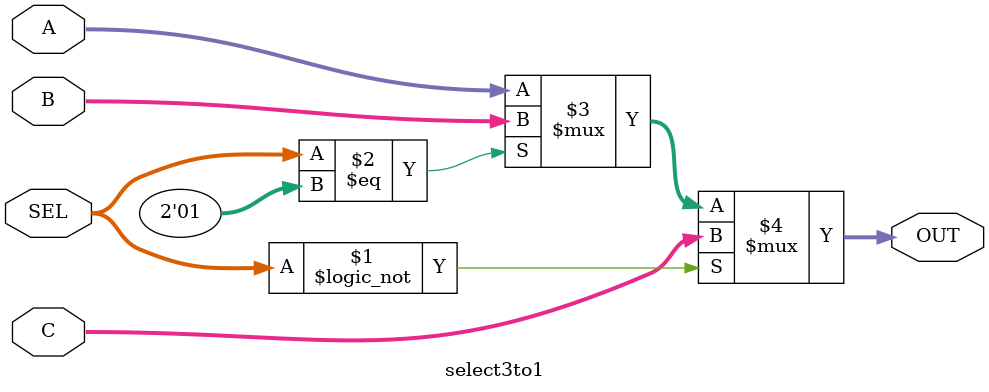
<source format=v>
`timescale 1ns / 1ps 
module select3to1(
           SEL,
           A,
           B,
           C,
           OUT
       );
parameter N = 233; //位宽
input [1: 0] SEL;
input [N - 1 : 0] A;
input [N - 1 : 0] B;
input [N - 1 : 0] C;
output [N - 1 : 0] OUT;

assign OUT = (SEL == 2'b00) ? C : (SEL == 2'b01) ? B : A;

endmodule

</source>
